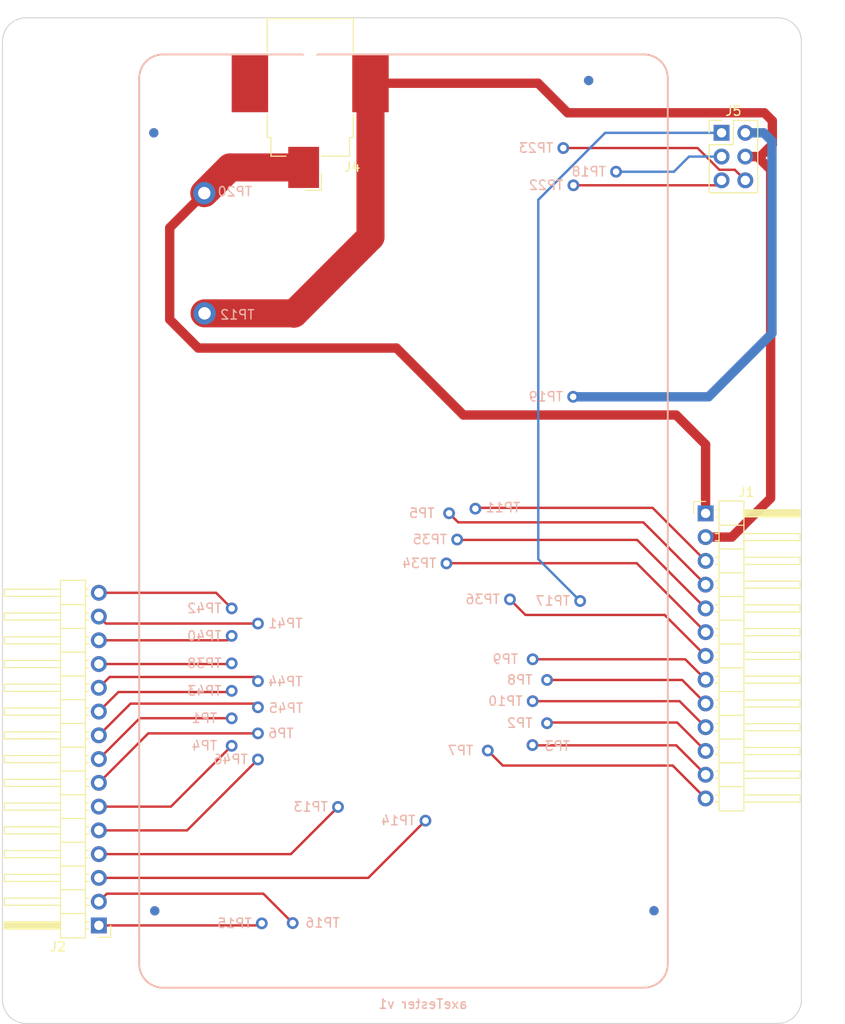
<source format=kicad_pcb>
(kicad_pcb (version 20240108) (generator "pcbnew") (generator_version "8.0")
  (layers (0 "F.Cu" signal) (31 "B.Cu" signal) (34 "B.Paste" user) (35 "F.Paste" user) (36 "B.SilkS" user "B.Silkscreen") (37 "F.SilkS" user "F.Silkscreen") (38 "B.Mask" user) (39 "F.Mask" user) (44 "Edge.Cuts" user))
  (net 0 "")
  (net 1 "/IO0")
  (net 2 "/?1")
  (net 3 "/?2")
  (net 4 "/GND")
  (net 5 "/EN")
  (net 6 "/P_RX")
  (net 7 "/FAN_TACH")
  (net 8 "/FAN_PWM")
  (net 9 "/VIN")
  (net 10 "/P_TX")
  (net 11 "/3V3")
  (net 12 "/VDD3_1")
  (net 13 "/VDD3_0")
  (net 14 "/VDD1_1")
  (net 15 "/RO")
  (net 16 "/BI")
  (net 17 "/VDD2_0")
  (net 18 "/RST_N")
  (net 19 "/?3")
  (net 20 "/VDD2_1")
  (net 21 "/VDD1_0")
  (net 22 "/CI")
  (net 23 "/CLKO")
  (net 24 "/1V8")
  (net 25 "/0V8")
  (net 26 "/BO")
  (net 27 "/RI")
  (net 28 "/PIN_MODE")
  (net 29 "/CLKI")
  (net 30 "/?5")
  (net 31 "/NRSTO")
  (net 32 "/CO")
  (net 33 "/?4")
  (footprint "Fiducial:Fiducial_1mm_Mask2mm" (layer "F.Cu") (at 125.2728 50.292)
    (property "Reference" "FID2" (hide yes))
    (property "Value" "Fiducial")
    (pad "" smd circle (at -0.0028 0.018) (size 1 1) (layers "F.Cu" "F.Mask") (clearance 0.5))
  )
  (footprint "Fiducial:Fiducial_1mm_Mask2mm" (layer "F.Cu") (at 132.2578 139.065)
    (property "Reference" "FID4" (hide yes))
    (property "Value" "Fiducial")
    (pad "" smd circle (at 0.0022 -0.005) (size 1 1) (layers "F.Cu" "F.Mask") (clearance 0.5))
  )
  (footprint "Fiducial:Fiducial_1mm_Mask2mm" (layer "F.Cu") (at 78.8416 139.065)
    (property "Reference" "FID3" (hide yes))
    (property "Value" "Fiducial")
    (pad "" smd circle (at 0.0084 0.005) (size 1 1) (layers "F.Cu" "F.Mask") (clearance 0.5))
  )
  (footprint "Connector_BarrelJack:BarrelJack_CUI_PJ-036AH-SMT_Horizontal" (layer "F.Cu") (at 95.48 53.8 180)
    (property "Reference" "J4" (at -4.5 -5.75 180) (layer "F.SilkS"))
    (property "Value" "PJ-036AH-SMT")
    (fp_line (start 4.6 10.1) (end -4.6 10.1) (stroke (width 0.12)) (layer "F.SilkS"))
    (fp_line (start 4.6 6.55) (end 4.6 10.1) (stroke (width 0.12)) (layer "F.SilkS"))
    (fp_line (start 4.6 -2.6) (end 4.6 -0.15) (stroke (width 0.12)) (layer "F.SilkS"))
    (fp_line (start 4.2 -2.6) (end 4.6 -2.6) (stroke (width 0.12)) (layer "F.SilkS"))
    (fp_line (start 4.2 -4.6) (end 4.2 -2.6) (stroke (width 0.12)) (layer "F.SilkS"))
    (fp_line (start 2.6 -4.6) (end 4.2 -4.6) (stroke (width 0.12)) (layer "F.SilkS"))
    (fp_line (start -1.19 -6.5) (end -1.19 -8.24) (stroke (width 0.12)) (layer "F.SilkS"))
    (fp_line (start -1.19 -8.24) (end 0.55 -8.24) (stroke (width 0.12)) (layer "F.SilkS"))
    (fp_line (start -4.2 -2.6) (end -4.2 -4.6) (stroke (width 0.12)) (layer "F.SilkS"))
    (fp_line (start -4.2 -4.6) (end -1.2 -4.6) (stroke (width 0.12)) (layer "F.SilkS"))
    (fp_line (start -4.6 10.1) (end -4.6 6.55) (stroke (width 0.12)) (layer "F.SilkS"))
    (fp_line (start -4.6 -0.15) (end -4.6 -2.6) (stroke (width 0.12)) (layer "F.SilkS"))
    (fp_line (start -4.6 -2.6) (end -4.2 -2.6) (stroke (width 0.12)) (layer "F.SilkS"))
    (pad "" np_thru_hole circle (at 0 7 180) (size 2 2) (drill 2) (layers "*.Cu" "*.Mask"))
    (pad "1" smd rect (at 0.7 -5.8 180) (size 3.3 4.4) (layers "F.Cu" "F.Paste" "F.Mask") (net 9 "/VIN"))
    (pad "2" smd rect (at -6.45 3.2 180) (size 3.9 6.2) (layers "F.Cu" "F.Paste" "F.Mask") (net 4 "/GND"))
    (pad "3" smd rect (at 6.45 3.2 180) (size 3.9 6.2) (layers "F.Cu" "F.Paste" "F.Mask"))
  )
  (footprint "MountingHole:MountingHole_3mm" (layer "F.Cu") (at 130.23501 51.12099)
    (property "Reference" "H7" (hide yes))
    (property "Value" "MountingHole_Pad")
    (pad "" np_thru_hole circle (at 0 0) (size 3 3) (drill 3) (layers "*.Cu" "*.Mask"))
  )
  (footprint "Fiducial:Fiducial_1mm_Mask2mm" (layer "F.Cu") (at 78.74 55.9054)
    (property "Reference" "FID1" (hide yes))
    (property "Value" "Fiducial")
    (pad "" smd circle (at 0.01 -0.0054) (size 1 1) (layers "F.Cu" "F.Mask") (clearance 0.5))
  )
  (footprint "Connector_PinHeader_2.54mm:PinHeader_1x13_P2.54mm_Horizontal" (layer "F.Cu") (at 137.78 96.58)
    (property "Reference" "J1" (at 4.385 -2.27 0) (layer "F.SilkS"))
    (property "Value" "Conn_01x13")
    (fp_line (start -1.27 -1.27) (end 0 -1.27) (stroke (width 0.12)) (layer "F.SilkS"))
    (fp_line (start -1.27 0) (end -1.27 -1.27) (stroke (width 0.12)) (layer "F.SilkS"))
    (fp_line (start 1.042929 2.16) (end 1.44 2.16) (stroke (width 0.12)) (layer "F.SilkS"))
    (fp_line (start 1.042929 2.92) (end 1.44 2.92) (stroke (width 0.12)) (layer "F.SilkS"))
    (fp_line (start 1.042929 4.7) (end 1.44 4.7) (stroke (width 0.12)) (layer "F.SilkS"))
    (fp_line (start 1.042929 5.46) (end 1.44 5.46) (stroke (width 0.12)) (layer "F.SilkS"))
    (fp_line (start 1.042929 7.24) (end 1.44 7.24) (stroke (width 0.12)) (layer "F.SilkS"))
    (fp_line (start 1.042929 8) (end 1.44 8) (stroke (width 0.12)) (layer "F.SilkS"))
    (fp_line (start 1.042929 9.78) (end 1.44 9.78) (stroke (width 0.12)) (layer "F.SilkS"))
    (fp_line (start 1.042929 10.54) (end 1.44 10.54) (stroke (width 0.12)) (layer "F.SilkS"))
    (fp_line (start 1.042929 12.32) (end 1.44 12.32) (stroke (width 0.12)) (layer "F.SilkS"))
    (fp_line (start 1.042929 13.08) (end 1.44 13.08) (stroke (width 0.12)) (layer "F.SilkS"))
    (fp_line (start 1.042929 14.86) (end 1.44 14.86) (stroke (width 0.12)) (layer "F.SilkS"))
    (fp_line (start 1.042929 15.62) (end 1.44 15.62) (stroke (width 0.12)) (layer "F.SilkS"))
    (fp_line (start 1.042929 17.4) (end 1.44 17.4) (stroke (width 0.12)) (layer "F.SilkS"))
    (fp_line (start 1.042929 18.16) (end 1.44 18.16) (stroke (width 0.12)) (layer "F.SilkS"))
    (fp_line (start 1.042929 19.94) (end 1.44 19.94) (stroke (width 0.12)) (layer "F.SilkS"))
    (fp_line (start 1.042929 20.7) (end 1.44 20.7) (stroke (width 0.12)) (layer "F.SilkS"))
    (fp_line (start 1.042929 22.48) (end 1.44 22.48) (stroke (width 0.12)) (layer "F.SilkS"))
    (fp_line (start 1.042929 23.24) (end 1.44 23.24) (stroke (width 0.12)) (layer "F.SilkS"))
    (fp_line (start 1.042929 25.02) (end 1.44 25.02) (stroke (width 0.12)) (layer "F.SilkS"))
    (fp_line (start 1.042929 25.78) (end 1.44 25.78) (stroke (width 0.12)) (layer "F.SilkS"))
    (fp_line (start 1.042929 27.56) (end 1.44 27.56) (stroke (width 0.12)) (layer "F.SilkS"))
    (fp_line (start 1.042929 28.32) (end 1.44 28.32) (stroke (width 0.12)) (layer "F.SilkS"))
    (fp_line (start 1.042929 30.1) (end 1.44 30.1) (stroke (width 0.12)) (layer "F.SilkS"))
    (fp_line (start 1.042929 30.86) (end 1.44 30.86) (stroke (width 0.12)) (layer "F.SilkS"))
    (fp_line (start 1.11 -0.38) (end 1.44 -0.38) (stroke (width 0.12)) (layer "F.SilkS"))
    (fp_line (start 1.11 0.38) (end 1.44 0.38) (stroke (width 0.12)) (layer "F.SilkS"))
    (fp_line (start 1.44 -1.33) (end 1.44 31.81) (stroke (width 0.12)) (layer "F.SilkS"))
    (fp_line (start 1.44 1.27) (end 4.1 1.27) (stroke (width 0.12)) (layer "F.SilkS"))
    (fp_line (start 1.44 3.81) (end 4.1 3.81) (stroke (width 0.12)) (layer "F.SilkS"))
    (fp_line (start 1.44 6.35) (end 4.1 6.35) (stroke (width 0.12)) (layer "F.SilkS"))
    (fp_line (start 1.44 8.89) (end 4.1 8.89) (stroke (width 0.12)) (layer "F.SilkS"))
    (fp_line (start 1.44 11.43) (end 4.1 11.43) (stroke (width 0.12)) (layer "F.SilkS"))
    (fp_line (start 1.44 13.97) (end 4.1 13.97) (stroke (width 0.12)) (layer "F.SilkS"))
    (fp_line (start 1.44 16.51) (end 4.1 16.51) (stroke (width 0.12)) (layer "F.SilkS"))
    (fp_line (start 1.44 19.05) (end 4.1 19.05) (stroke (width 0.12)) (layer "F.SilkS"))
    (fp_line (start 1.44 21.59) (end 4.1 21.59) (stroke (width 0.12)) (layer "F.SilkS"))
    (fp_line (start 1.44 24.13) (end 4.1 24.13) (stroke (width 0.12)) (layer "F.SilkS"))
    (fp_line (start 1.44 26.67) (end 4.1 26.67) (stroke (width 0.12)) (layer "F.SilkS"))
    (fp_line (start 1.44 29.21) (end 4.1 29.21) (stroke (width 0.12)) (layer "F.SilkS"))
    (fp_line (start 1.44 31.81) (end 4.1 31.81) (stroke (width 0.12)) (layer "F.SilkS"))
    (fp_line (start 4.1 -1.33) (end 1.44 -1.33) (stroke (width 0.12)) (layer "F.SilkS"))
    (fp_line (start 4.1 -0.38) (end 10.1 -0.38) (stroke (width 0.12)) (layer "F.SilkS"))
    (fp_line (start 4.1 -0.32) (end 10.1 -0.32) (stroke (width 0.12)) (layer "F.SilkS"))
    (fp_line (start 4.1 -0.2) (end 10.1 -0.2) (stroke (width 0.12)) (layer "F.SilkS"))
    (fp_line (start 4.1 -0.08) (end 10.1 -0.08) (stroke (width 0.12)) (layer "F.SilkS"))
    (fp_line (start 4.1 0.04) (end 10.1 0.04) (stroke (width 0.12)) (layer "F.SilkS"))
    (fp_line (start 4.1 0.16) (end 10.1 0.16) (stroke (width 0.12)) (layer "F.SilkS"))
    (fp_line (start 4.1 0.28) (end 10.1 0.28) (stroke (width 0.12)) (layer "F.SilkS"))
    (fp_line (start 4.1 2.16) (end 10.1 2.16) (stroke (width 0.12)) (layer "F.SilkS"))
    (fp_line (start 4.1 4.7) (end 10.1 4.7) (stroke (width 0.12)) (layer "F.SilkS"))
    (fp_line (start 4.1 7.24) (end 10.1 7.24) (stroke (width 0.12)) (layer "F.SilkS"))
    (fp_line (start 4.1 9.78) (end 10.1 9.78) (stroke (width 0.12)) (layer "F.SilkS"))
    (fp_line (start 4.1 12.32) (end 10.1 12.32) (stroke (width 0.12)) (layer "F.SilkS"))
    (fp_line (start 4.1 14.86) (end 10.1 14.86) (stroke (width 0.12)) (layer "F.SilkS"))
    (fp_line (start 4.1 17.4) (end 10.1 17.4) (stroke (width 0.12)) (layer "F.SilkS"))
    (fp_line (start 4.1 19.94) (end 10.1 19.94) (stroke (width 0.12)) (layer "F.SilkS"))
    (fp_line (start 4.1 22.48) (end 10.1 22.48) (stroke (width 0.12)) (layer "F.SilkS"))
    (fp_line (start 4.1 25.02) (end 10.1 25.02) (stroke (width 0.12)) (layer "F.SilkS"))
    (fp_line (start 4.1 27.56) (end 10.1 27.56) (stroke (width 0.12)) (layer "F.SilkS"))
    (fp_line (start 4.1 30.1) (end 10.1 30.1) (stroke (width 0.12)) (layer "F.SilkS"))
    (fp_line (start 4.1 31.81) (end 4.1 -1.33) (stroke (width 0.12)) (layer "F.SilkS"))
    (fp_line (start 10.1 -0.38) (end 10.1 0.38) (stroke (width 0.12)) (layer "F.SilkS"))
    (fp_line (start 10.1 0.38) (end 4.1 0.38) (stroke (width 0.12)) (layer "F.SilkS"))
    (fp_line (start 10.1 2.16) (end 10.1 2.92) (stroke (width 0.12)) (layer "F.SilkS"))
    (fp_line (start 10.1 2.92) (end 4.1 2.92) (stroke (width 0.12)) (layer "F.SilkS"))
    (fp_line (start 10.1 4.7) (end 10.1 5.46) (stroke (width 0.12)) (layer "F.SilkS"))
    (fp_line (start 10.1 5.46) (end 4.1 5.46) (stroke (width 0.12)) (layer "F.SilkS"))
    (fp_line (start 10.1 7.24) (end 10.1 8) (stroke (width 0.12)) (layer "F.SilkS"))
    (fp_line (start 10.1 8) (end 4.1 8) (stroke (width 0.12)) (layer "F.SilkS"))
    (fp_line (start 10.1 9.78) (end 10.1 10.54) (stroke (width 0.12)) (layer "F.SilkS"))
    (fp_line (start 10.1 10.54) (end 4.1 10.54) (stroke (width 0.12)) (layer "F.SilkS"))
    (fp_line (start 10.1 12.32) (end 10.1 13.08) (stroke (width 0.12)) (layer "F.SilkS"))
    (fp_line (start 10.1 13.08) (end 4.1 13.08) (stroke (width 0.12)) (layer "F.SilkS"))
    (fp_line (start 10.1 14.86) (end 10.1 15.62) (stroke (width 0.12)) (layer "F.SilkS"))
    (fp_line (start 10.1 15.62) (end 4.1 15.62) (stroke (width 0.12)) (layer "F.SilkS"))
    (fp_line (start 10.1 17.4) (end 10.1 18.16) (stroke (width 0.12)) (layer "F.SilkS"))
    (fp_line (start 10.1 18.16) (end 4.1 18.16) (stroke (width 0.12)) (layer "F.SilkS"))
    (fp_line (start 10.1 19.94) (end 10.1 20.7) (stroke (width 0.12)) (layer "F.SilkS"))
    (fp_line (start 10.1 20.7) (end 4.1 20.7) (stroke (width 0.12)) (layer "F.SilkS"))
    (fp_line (start 10.1 22.48) (end 10.1 23.24) (stroke (width 0.12)) (layer "F.SilkS"))
    (fp_line (start 10.1 23.24) (end 4.1 23.24) (stroke (width 0.12)) (layer "F.SilkS"))
    (fp_line (start 10.1 25.02) (end 10.1 25.78) (stroke (width 0.12)) (layer "F.SilkS"))
    (fp_line (start 10.1 25.78) (end 4.1 25.78) (stroke (width 0.12)) (layer "F.SilkS"))
    (fp_line (start 10.1 27.56) (end 10.1 28.32) (stroke (width 0.12)) (layer "F.SilkS"))
    (fp_line (start 10.1 28.32) (end 4.1 28.32) (stroke (width 0.12)) (layer "F.SilkS"))
    (fp_line (start 10.1 30.1) (end 10.1 30.86) (stroke (width 0.12)) (layer "F.SilkS"))
    (fp_line (start 10.1 30.86) (end 4.1 30.86) (stroke (width 0.12)) (layer "F.SilkS"))
    (pad "1" thru_hole rect (at 0 0) (size 1.7 1.7) (drill 1) (layers "*.Cu" "*.Mask") (net 9 "/VIN"))
    (pad "2" thru_hole oval (at 0 2.54) (size 1.7 1.7) (drill 1) (layers "*.Cu" "*.Mask") (net 4 "/GND"))
    (pad "3" thru_hole oval (at 0 5.08) (size 1.7 1.7) (drill 1) (layers "*.Cu" "*.Mask") (net 18 "/RST_N"))
    (pad "4" thru_hole oval (at 0 7.62) (size 1.7 1.7) (drill 1) (layers "*.Cu" "*.Mask") (net 22 "/CI"))
    (pad "5" thru_hole oval (at 0 10.16) (size 1.7 1.7) (drill 1) (layers "*.Cu" "*.Mask") (net 17 "/VDD2_0"))
    (pad "6" thru_hole oval (at 0 12.7) (size 1.7 1.7) (drill 1) (layers "*.Cu" "*.Mask") (net 21 "/VDD1_0"))
    (pad "7" thru_hole oval (at 0 15.24) (size 1.7 1.7) (drill 1) (layers "*.Cu" "*.Mask") (net 13 "/VDD3_0"))
    (pad "8" thru_hole oval (at 0 17.78) (size 1.7 1.7) (drill 1) (layers "*.Cu" "*.Mask") (net 15 "/RO"))
    (pad "9" thru_hole oval (at 0 20.32) (size 1.7 1.7) (drill 1) (layers "*.Cu" "*.Mask") (net 16 "/BI"))
    (pad "10" thru_hole oval (at 0 22.86) (size 1.7 1.7) (drill 1) (layers "*.Cu" "*.Mask") (net 2 "/?1"))
    (pad "11" thru_hole oval (at 0 25.4) (size 1.7 1.7) (drill 1) (layers "*.Cu" "*.Mask") (net 3 "/?2"))
    (pad "12" thru_hole oval (at 0 27.94) (size 1.7 1.7) (drill 1) (layers "*.Cu" "*.Mask") (net 19 "/?3"))
    (pad "13" thru_hole oval (at 0 30.48) (size 1.7 1.7) (drill 1) (layers "*.Cu" "*.Mask") (net 29 "/CLKI"))
  )
  (footprint "MountingHole:MountingHole_3mm" (layer "F.Cu") (at 130.302 143.728)
    (property "Reference" "H9" (hide yes))
    (property "Value" "MountingHole_Pad")
    (pad "" np_thru_hole circle (at 0 0) (size 3 3) (drill 3) (layers "*.Cu" "*.Mask"))
  )
  (footprint "MountingHole:MountingHole_3mm" (layer "F.Cu") (at 80.70501 143.83099)
    (property "Reference" "H10" (hide yes))
    (property "Value" "MountingHole_Pad")
    (pad "" np_thru_hole circle (at 0 0) (size 3 3) (drill 3) (layers "*.Cu" "*.Mask"))
  )
  (footprint "Connector_PinHeader_2.54mm:PinHeader_2x03_P2.54mm_Vertical" (layer "F.Cu") (at 139.49 55.9)
    (property "Reference" "J5" (at 1.27 -2.33 0) (layer "F.SilkS"))
    (property "Value" "Conn_02x03_Counter_Clockwise")
    (fp_line (start -1.33 -1.33) (end 0 -1.33) (stroke (width 0.12)) (layer "F.SilkS"))
    (fp_line (start -1.33 0) (end -1.33 -1.33) (stroke (width 0.12)) (layer "F.SilkS"))
    (fp_line (start -1.33 1.27) (end -1.33 6.41) (stroke (width 0.12)) (layer "F.SilkS"))
    (fp_line (start -1.33 1.27) (end 1.27 1.27) (stroke (width 0.12)) (layer "F.SilkS"))
    (fp_line (start -1.33 6.41) (end 3.87 6.41) (stroke (width 0.12)) (layer "F.SilkS"))
    (fp_line (start 1.27 -1.33) (end 3.87 -1.33) (stroke (width 0.12)) (layer "F.SilkS"))
    (fp_line (start 1.27 1.27) (end 1.27 -1.33) (stroke (width 0.12)) (layer "F.SilkS"))
    (fp_line (start 3.87 -1.33) (end 3.87 6.41) (stroke (width 0.12)) (layer "F.SilkS"))
    (pad "1" thru_hole rect (at 0 0) (size 1.7 1.7) (drill 1) (layers "*.Cu" "*.Mask") (net 5 "/EN"))
    (pad "2" thru_hole oval (at 2.54 0) (size 1.7 1.7) (drill 1) (layers "*.Cu" "*.Mask") (net 11 "/3V3"))
    (pad "3" thru_hole oval (at 0 2.54) (size 1.7 1.7) (drill 1) (layers "*.Cu" "*.Mask") (net 10 "/P_TX"))
    (pad "4" thru_hole oval (at 2.54 2.54) (size 1.7 1.7) (drill 1) (layers "*.Cu" "*.Mask") (net 4 "/GND"))
    (pad "5" thru_hole oval (at 0 5.08) (size 1.7 1.7) (drill 1) (layers "*.Cu" "*.Mask") (net 6 "/P_RX"))
    (pad "6" thru_hole oval (at 2.54 5.08) (size 1.7 1.7) (drill 1) (layers "*.Cu" "*.Mask") (net 1 "/IO0"))
  )
  (footprint "MountingHole:MountingHole_3mm" (layer "F.Cu") (at 80.808 51.054)
    (property "Reference" "H8" (hide yes))
    (property "Value" "MountingHole_Pad")
    (pad "" np_thru_hole circle (at 0 0) (size 3 3) (drill 3) (layers "*.Cu" "*.Mask"))
  )
  (footprint "Connector_PinHeader_2.54mm:PinHeader_1x15_P2.54mm_Horizontal" (layer "F.Cu") (at 72.87 140.63 180)
    (property "Reference" "J2" (at 4.385 -2.27 180) (layer "F.SilkS"))
    (property "Value" "Conn_01x15")
    (fp_line (start 10.1 35.94) (end 4.1 35.94) (stroke (width 0.12)) (layer "F.SilkS"))
    (fp_line (start 10.1 35.18) (end 10.1 35.94) (stroke (width 0.12)) (layer "F.SilkS"))
    (fp_line (start 10.1 33.4) (end 4.1 33.4) (stroke (width 0.12)) (layer "F.SilkS"))
    (fp_line (start 10.1 32.64) (end 10.1 33.4) (stroke (width 0.12)) (layer "F.SilkS"))
    (fp_line (start 10.1 30.86) (end 4.1 30.86) (stroke (width 0.12)) (layer "F.SilkS"))
    (fp_line (start 10.1 30.1) (end 10.1 30.86) (stroke (width 0.12)) (layer "F.SilkS"))
    (fp_line (start 10.1 28.32) (end 4.1 28.32) (stroke (width 0.12)) (layer "F.SilkS"))
    (fp_line (start 10.1 27.56) (end 10.1 28.32) (stroke (width 0.12)) (layer "F.SilkS"))
    (fp_line (start 10.1 25.78) (end 4.1 25.78) (stroke (width 0.12)) (layer "F.SilkS"))
    (fp_line (start 10.1 25.02) (end 10.1 25.78) (stroke (width 0.12)) (layer "F.SilkS"))
    (fp_line (start 10.1 23.24) (end 4.1 23.24) (stroke (width 0.12)) (layer "F.SilkS"))
    (fp_line (start 10.1 22.48) (end 10.1 23.24) (stroke (width 0.12)) (layer "F.SilkS"))
    (fp_line (start 10.1 20.7) (end 4.1 20.7) (stroke (width 0.12)) (layer "F.SilkS"))
    (fp_line (start 10.1 19.94) (end 10.1 20.7) (stroke (width 0.12)) (layer "F.SilkS"))
    (fp_line (start 10.1 18.16) (end 4.1 18.16) (stroke (width 0.12)) (layer "F.SilkS"))
    (fp_line (start 10.1 17.4) (end 10.1 18.16) (stroke (width 0.12)) (layer "F.SilkS"))
    (fp_line (start 10.1 15.62) (end 4.1 15.62) (stroke (width 0.12)) (layer "F.SilkS"))
    (fp_line (start 10.1 14.86) (end 10.1 15.62) (stroke (width 0.12)) (layer "F.SilkS"))
    (fp_line (start 10.1 13.08) (end 4.1 13.08) (stroke (width 0.12)) (layer "F.SilkS"))
    (fp_line (start 10.1 12.32) (end 10.1 13.08) (stroke (width 0.12)) (layer "F.SilkS"))
    (fp_line (start 10.1 10.54) (end 4.1 10.54) (stroke (width 0.12)) (layer "F.SilkS"))
    (fp_line (start 10.1 9.78) (end 10.1 10.54) (stroke (width 0.12)) (layer "F.SilkS"))
    (fp_line (start 10.1 8) (end 4.1 8) (stroke (width 0.12)) (layer "F.SilkS"))
    (fp_line (start 10.1 7.24) (end 10.1 8) (stroke (width 0.12)) (layer "F.SilkS"))
    (fp_line (start 10.1 5.46) (end 4.1 5.46) (stroke (width 0.12)) (layer "F.SilkS"))
    (fp_line (start 10.1 4.7) (end 10.1 5.46) (stroke (width 0.12)) (layer "F.SilkS"))
    (fp_line (start 10.1 2.92) (end 4.1 2.92) (stroke (width 0.12)) (layer "F.SilkS"))
    (fp_line (start 10.1 2.16) (end 10.1 2.92) (stroke (width 0.12)) (layer "F.SilkS"))
    (fp_line (start 10.1 0.38) (end 4.1 0.38) (stroke (width 0.12)) (layer "F.SilkS"))
    (fp_line (start 10.1 -0.38) (end 10.1 0.38) (stroke (width 0.12)) (layer "F.SilkS"))
    (fp_line (start 4.1 36.89) (end 4.1 -1.33) (stroke (width 0.12)) (layer "F.SilkS"))
    (fp_line (start 4.1 35.18) (end 10.1 35.18) (stroke (width 0.12)) (layer "F.SilkS"))
    (fp_line (start 4.1 32.64) (end 10.1 32.64) (stroke (width 0.12)) (layer "F.SilkS"))
    (fp_line (start 4.1 30.1) (end 10.1 30.1) (stroke (width 0.12)) (layer "F.SilkS"))
    (fp_line (start 4.1 27.56) (end 10.1 27.56) (stroke (width 0.12)) (layer "F.SilkS"))
    (fp_line (start 4.1 25.02) (end 10.1 25.02) (stroke (width 0.12)) (layer "F.SilkS"))
    (fp_line (start 4.1 22.48) (end 10.1 22.48) (stroke (width 0.12)) (layer "F.SilkS"))
    (fp_line (start 4.1 19.94) (end 10.1 19.94) (stroke (width 0.12)) (layer "F.SilkS"))
    (fp_line (start 4.1 17.4) (end 10.1 17.4) (stroke (width 0.12)) (layer "F.SilkS"))
    (fp_line (start 4.1 14.86) (end 10.1 14.86) (stroke (width 0.12)) (layer "F.SilkS"))
    (fp_line (start 4.1 12.32) (end 10.1 12.32) (stroke (width 0.12)) (layer "F.SilkS"))
    (fp_line (start 4.1 9.78) (end 10.1 9.78) (stroke (width 0.12)) (layer "F.SilkS"))
    (fp_line (start 4.1 7.24) (end 10.1 7.24) (stroke (width 0.12)) (layer "F.SilkS"))
    (fp_line (start 4.1 4.7) (end 10.1 4.7) (stroke (width 0.12)) (layer "F.SilkS"))
    (fp_line (start 4.1 2.16) (end 10.1 2.16) (stroke (width 0.12)) (layer "F.SilkS"))
    (fp_line (start 4.1 0.28) (end 10.1 0.28) (stroke (width 0.12)) (layer "F.SilkS"))
    (fp_line (start 4.1 0.16) (end 10.1 0.16) (stroke (width 0.12)) (layer "F.SilkS"))
    (fp_line (start 4.1 0.04) (end 10.1 0.04) (stroke (width 0.12)) (layer "F.SilkS"))
    (fp_line (start 4.1 -0.08) (end 10.1 -0.08) (stroke (width 0.12)) (layer "F.SilkS"))
    (fp_line (start 4.1 -0.2) (end 10.1 -0.2) (stroke (width 0.12)) (layer "F.SilkS"))
    (fp_line (start 4.1 -0.32) (end 10.1 -0.32) (stroke (width 0.12)) (layer "F.SilkS"))
    (fp_line (start 4.1 -0.38) (end 10.1 -0.38) (stroke (width 0.12)) (layer "F.SilkS"))
    (fp_line (start 4.1 -1.33) (end 1.44 -1.33) (stroke (width 0.12)) (layer "F.SilkS"))
    (fp_line (start 1.44 36.89) (end 4.1 36.89) (stroke (width 0.12)) (layer "F.SilkS"))
    (fp_line (start 1.44 34.29) (end 4.1 34.29) (stroke (width 0.12)) (layer "F.SilkS"))
    (fp_line (start 1.44 31.75) (end 4.1 31.75) (stroke (width 0.12)) (layer "F.SilkS"))
    (fp_line (start 1.44 29.21) (end 4.1 29.21) (stroke (width 0.12)) (layer "F.SilkS"))
    (fp_line (start 1.44 26.67) (end 4.1 26.67) (stroke (width 0.12)) (layer "F.SilkS"))
    (fp_line (start 1.44 24.13) (end 4.1 24.13) (stroke (width 0.12)) (layer "F.SilkS"))
    (fp_line (start 1.44 21.59) (end 4.1 21.59) (stroke (width 0.12)) (layer "F.SilkS"))
    (fp_line (start 1.44 19.05) (end 4.1 19.05) (stroke (width 0.12)) (layer "F.SilkS"))
    (fp_line (start 1.44 16.51) (end 4.1 16.51) (stroke (width 0.12)) (layer "F.SilkS"))
    (fp_line (start 1.44 13.97) (end 4.1 13.97) (stroke (width 0.12)) (layer "F.SilkS"))
    (fp_line (start 1.44 11.43) (end 4.1 11.43) (stroke (width 0.12)) (layer "F.SilkS"))
    (fp_line (start 1.44 8.89) (end 4.1 8.89) (stroke (width 0.12)) (layer "F.SilkS"))
    (fp_line (start 1.44 6.35) (end 4.1 6.35) (stroke (width 0.12)) (layer "F.SilkS"))
    (fp_line (start 1.44 3.81) (end 4.1 3.81) (stroke (width 0.12)) (layer "F.SilkS"))
    (fp_line (start 1.44 1.27) (end 4.1 1.27) (stroke (width 0.12)) (layer "F.SilkS"))
    (fp_line (start 1.44 -1.33) (end 1.44 36.89) (stroke (width 0.12)) (layer "F.SilkS"))
    (fp_line (start 1.11 0.38) (end 1.44 0.38) (stroke (width 0.12)) (layer "F.SilkS"))
    (fp_line (start 1.11 -0.38) (end 1.44 -0.38) (stroke (width 0.12)) (layer "F.SilkS"))
    (fp_line (start 1.042929 35.94) (end 1.44 35.94) (stroke (width 0.12)) (layer "F.SilkS"))
    (fp_line (start 1.042929 35.18) (end 1.44 35.18) (stroke (width 0.12)) (layer "F.SilkS"))
    (fp_line (start 1.042929 33.4) (end 1.44 33.4) (stroke (width 0.12)) (layer "F.SilkS"))
    (fp_line (start 1.042929 32.64) (end 1.44 32.64) (stroke (width 0.12)) (layer "F.SilkS"))
    (fp_line (start 1.042929 30.86) (end 1.44 30.86) (stroke (width 0.12)) (layer "F.SilkS"))
    (fp_line (start 1.042929 30.1) (end 1.44 30.1) (stroke (width 0.12)) (layer "F.SilkS"))
    (fp_line (start 1.042929 28.32) (end 1.44 28.32) (stroke (width 0.12)) (layer "F.SilkS"))
    (fp_line (start 1.042929 27.56) (end 1.44 27.56) (stroke (width 0.12)) (layer "F.SilkS"))
    (fp_line (start 1.042929 25.78) (end 1.44 25.78) (stroke (width 0.12)) (layer "F.SilkS"))
    (fp_line (start 1.042929 25.02) (end 1.44 25.02) (stroke (width 0.12)) (layer "F.SilkS"))
    (fp_line (start 1.042929 23.24) (end 1.44 23.24) (stroke (width 0.12)) (layer "F.SilkS"))
    (fp_line (start 1.042929 22.48) (end 1.44 22.48) (stroke (width 0.12)) (layer "F.SilkS"))
    (fp_line (start 1.042929 20.7) (end 1.44 20.7) (stroke (width 0.12)) (layer "F.SilkS"))
    (fp_line (start 1.042929 19.94) (end 1.44 19.94) (stroke (width 0.12)) (layer "F.SilkS"))
    (fp_line (start 1.042929 18.16) (end 1.44 18.16) (stroke (width 0.12)) (layer "F.SilkS"))
    (fp_line (start 1.042929 17.4) (end 1.44 17.4) (stroke (width 0.12)) (layer "F.SilkS"))
    (fp_line (start 1.042929 15.62) (end 1.44 15.62) (stroke (width 0.12)) (layer "F.SilkS"))
    (fp_line (start 1.042929 14.86) (end 1.44 14.86) (stroke (width 0.12)) (layer "F.SilkS"))
    (fp_line (start 1.042929 13.08) (end 1.44 13.08) (stroke (width 0.12)) (layer "F.SilkS"))
    (fp_line (start 1.042929 12.32) (end 1.44 12.32) (stroke (width 0.12)) (layer "F.SilkS"))
    (fp_line (start 1.042929 10.54) (end 1.44 10.54) (stroke (width 0.12)) (layer "F.SilkS"))
    (fp_line (start 1.042929 9.78) (end 1.44 9.78) (stroke (width 0.12)) (layer "F.SilkS"))
    (fp_line (start 1.042929 8) (end 1.44 8) (stroke (width 0.12)) (layer "F.SilkS"))
    (fp_line (start 1.042929 7.24) (end 1.44 7.24) (stroke (width 0.12)) (layer "F.SilkS"))
    (fp_line (start 1.042929 5.46) (end 1.44 5.46) (stroke (width 0.12)) (layer "F.SilkS"))
    (fp_line (start 1.042929 4.7) (end 1.44 4.7) (stroke (width 0.12)) (layer "F.SilkS"))
    (fp_line (start 1.042929 2.92) (end 1.44 2.92) (stroke (width 0.12)) (layer "F.SilkS"))
    (fp_line (start 1.042929 2.16) (end 1.44 2.16) (stroke (width 0.12)) (layer "F.SilkS"))
    (fp_line (start -1.27 0) (end -1.27 -1.27) (stroke (width 0.12)) (layer "F.SilkS"))
    (fp_line (start -1.27 -1.27) (end 0 -1.27) (stroke (width 0.12)) (layer "F.SilkS"))
    (pad "1" thru_hole rect (at 0 0 180) (size 1.7 1.7) (drill 1) (layers "*.Cu" "*.Mask") (net 8 "/FAN_PWM"))
    (pad "2" thru_hole oval (at 0 2.54 180) (size 1.7 1.7) (drill 1) (layers "*.Cu" "*.Mask") (net 7 "/FAN_TACH"))
    (pad "3" thru_hole oval (at 0 5.08 180) (size 1.7 1.7) (drill 1) (layers "*.Cu" "*.Mask") (net 25 "/0V8"))
    (pad "4" thru_hole oval (at 0 7.62 180) (size 1.7 1.7) (drill 1) (layers "*.Cu" "*.Mask") (net 24 "/1V8"))
    (pad "5" thru_hole oval (at 0 10.16 180) (size 1.7 1.7) (drill 1) (layers "*.Cu" "*.Mask") (net 28 "/PIN_MODE"))
    (pad "6" thru_hole oval (at 0 12.7 180) (size 1.7 1.7) (drill 1) (layers "*.Cu" "*.Mask") (net 30 "/?5"))
    (pad "7" thru_hole oval (at 0 15.24 180) (size 1.7 1.7) (drill 1) (layers "*.Cu" "*.Mask") (net 33 "/?4"))
    (pad "8" thru_hole oval (at 0 17.78 180) (size 1.7 1.7) (drill 1) (layers "*.Cu" "*.Mask") (net 26 "/BO"))
    (pad "9" thru_hole oval (at 0 20.32 180) (size 1.7 1.7) (drill 1) (layers "*.Cu" "*.Mask") (net 32 "/CO"))
    (pad "10" thru_hole oval (at 0 22.86 180) (size 1.7 1.7) (drill 1) (layers "*.Cu" "*.Mask") (net 27 "/RI"))
    (pad "11" thru_hole oval (at 0 25.4 180) (size 1.7 1.7) (drill 1) (layers "*.Cu" "*.Mask") (net 23 "/CLKO"))
    (pad "12" thru_hole oval (at 0 27.94 180) (size 1.7 1.7) (drill 1) (layers "*.Cu" "*.Mask") (net 31 "/NRSTO"))
    (pad "13" thru_hole oval (at 0 30.48 180) (size 1.7 1.7) (drill 1) (layers "*.Cu" "*.Mask") (net 12 "/VDD3_1"))
    (pad "14" thru_hole oval (at 0 33.02 180) (size 1.7 1.7) (drill 1) (layers "*.Cu" "*.Mask") (net 20 "/VDD2_1"))
    (pad "15" thru_hole oval (at 0 35.56 180) (size 1.7 1.7) (drill 1) (layers "*.Cu" "*.Mask") (net 14 "/VDD1_1"))
  )
  (footprint "axeTester:pogopin-P50-E2-0.68" (layer "B.Cu") (at 98.453 127.966 180)
    (property "Reference" "TP13" (at 2.92 0.01 0) (layer "B.SilkS") (effects (justify mirror)))
    (property "Value" "P50-E2")
    (pad "1" thru_hole circle (at 0 0 180) (size 1.26 1.26) (drill 0.7) (layers "*.Cu" "*.Mask") (net 24 "/1V8"))
  )
  (footprint "axeTester:pogopin-P75-E2-1.3" (layer "B.Cu") (at 84.18 75.2 180)
    (property "Reference" "TP12" (at -3.51 -0.15 0) (layer "B.SilkS") (effects (justify mirror)))
    (property "Value" "P75-E2")
    (pad "1" thru_hole circle (at 0 0 180) (size 2.394 2.394) (drill 1.33) (layers "*.Cu" "*.Mask") (net 4 "/GND"))
  )
  (footprint "axeTester:pogopin-P50-E2-0.68" (layer "B.Cu") (at 119.26 121.35 180)
    (property "Reference" "TP3" (at -2.65 -0.1 0) (layer "B.SilkS") (effects (justify mirror)))
    (property "Value" "P50-E2")
    (pad "1" thru_hole circle (at 0 0 180) (size 1.26 1.26) (drill 0.7) (layers "*.Cu" "*.Mask") (net 19 "/?3"))
  )
  (footprint "axeTester:pogopin-P50-E2-0.68" (layer "B.Cu") (at 120.82 119.01 180)
    (property "Reference" "TP2" (at 2.92 0.01 0) (layer "B.SilkS") (effects (justify mirror)))
    (property "Value" "P50-E2")
    (pad "1" thru_hole circle (at 0 0 180) (size 1.26 1.26) (drill 0.7) (layers "*.Cu" "*.Mask") (net 3 "/?2"))
  )
  (footprint "axeTester:pogopin-P50-E2-0.68" (layer "B.Cu") (at 123.61 84.12 180)
    (property "Reference" "TP19" (at 2.92 0.01 0) (layer "B.SilkS") (effects (justify mirror)))
    (property "Value" "P50-E2")
    (pad "1" thru_hole circle (at 0 0 180) (size 1.26 1.26) (drill 0.7) (layers "*.Cu" "*.Mask") (net 11 "/3V3"))
  )
  (footprint "axeTester:pogopin-P50-E2-0.68" (layer "B.Cu") (at 113.15 96.08 180)
    (property "Reference" "TP11" (at -2.96 0.12 0) (layer "B.SilkS") (effects (justify mirror)))
    (property "Value" "P50-E2")
    (pad "1" thru_hole circle (at 0 0 180) (size 1.26 1.26) (drill 0.7) (layers "*.Cu" "*.Mask") (net 18 "/RST_N"))
  )
  (footprint "axeTester:pogopin-P50-E2-0.68" (layer "B.Cu") (at 93.61 140.38 180)
    (property "Reference" "TP16" (at -3.19 0.03 0) (layer "B.SilkS") (effects (justify mirror)))
    (property "Value" "P50-E2")
    (pad "1" thru_hole circle (at 0 0 180) (size 1.26 1.26) (drill 0.7) (layers "*.Cu" "*.Mask") (net 7 "/FAN_TACH"))
  )
  (footprint "axeTester:pogopin-P50-E2-0.68" (layer "B.Cu") (at 90.3 140.41 180)
    (property "Reference" "TP15" (at 2.92 0.01 0) (layer "B.SilkS") (effects (justify mirror)))
    (property "Value" "P50-E2")
    (pad "1" thru_hole circle (at 0 0 180) (size 1.26 1.26) (drill 0.7) (layers "*.Cu" "*.Mask") (net 8 "/FAN_PWM"))
  )
  (footprint "axeTester:pogopin-P50-E2-0.68" (layer "B.Cu") (at 87.08 118.492 180)
    (property "Reference" "TP1" (at 2.92 0.01 0) (layer "B.SilkS") (effects (justify mirror)))
    (property "Value" "P50-E2")
    (pad "1" thru_hole circle (at 0 0 180) (size 1.26 1.26) (drill 0.7) (layers "*.Cu" "*.Mask") (net 26 "/BO"))
  )
  (footprint "Fiducial:Fiducial_1mm_Mask2mm" (layer "B.Cu") (at 132.26 139.06 180)
    (property "Reference" "FID7" (hide yes))
    (property "Value" "Fiducial")
    (pad "" smd circle (at 0 0 180) (size 1 1) (layers "B.Cu" "B.Mask") (clearance 0.5))
  )
  (footprint "axeTester:pogopin-P50-E2-0.68" (layer "B.Cu") (at 87.08 109.678 180)
    (property "Reference" "TP40" (at 2.92 0.01 0) (layer "B.SilkS") (effects (justify mirror)))
    (property "Value" "P50-E2")
    (pad "1" thru_hole circle (at 0 0 180) (size 1.26 1.26) (drill 0.7) (layers "*.Cu" "*.Mask") (net 12 "/VDD3_1"))
  )
  (footprint "axeTester:pogopin-P50-E2-0.68" (layer "B.Cu") (at 122.556 57.528 180)
    (property "Reference" "TP23" (at 2.92 0.01 0) (layer "B.SilkS") (effects (justify mirror)))
    (property "Value" "P50-E2")
    (pad "1" thru_hole circle (at 0 0 180) (size 1.26 1.26) (drill 0.7) (layers "*.Cu" "*.Mask") (net 1 "/IO0"))
  )
  (footprint "axeTester:pogopin-P50-E2-0.68" (layer "B.Cu") (at 111.205 99.38 180)
    (property "Reference" "TP35" (at 2.92 0.01 0) (layer "B.SilkS") (effects (justify mirror)))
    (property "Value" "P50-E2")
    (pad "1" thru_hole circle (at 0 0 180) (size 1.26 1.26) (drill 0.7) (layers "*.Cu" "*.Mask") (net 17 "/VDD2_0"))
  )
  (footprint "axeTester:pogopin-P50-E2-0.68" (layer "B.Cu") (at 110.34 96.57 180)
    (property "Reference" "TP5" (at 2.92 0.01 0) (layer "B.SilkS") (effects (justify mirror)))
    (property "Value" "P50-E2")
    (pad "1" thru_hole circle (at 0 0 180) (size 1.26 1.26) (drill 0.7) (layers "*.Cu" "*.Mask") (net 22 "/CI"))
  )
  (footprint "axeTester:pogopin-P50-E2-0.68" (layer "B.Cu") (at 89.89 108.36 180)
    (property "Reference" "TP41" (at -2.93 0.01 0) (layer "B.SilkS") (effects (justify mirror)))
    (property "Value" "P50-E2")
    (pad "1" thru_hole circle (at 0 0 180) (size 1.26 1.26) (drill 0.7) (layers "*.Cu" "*.Mask") (net 20 "/VDD2_1"))
  )
  (footprint "axeTester:pogopin-P50-E2-0.68" (layer "B.Cu") (at 124.36 105.95 180)
    (property "Reference" "TP17" (at 2.92 0.01 0) (layer "B.SilkS") (effects (justify mirror)))
    (property "Value" "P50-E2")
    (pad "1" thru_hole circle (at 0 0 180) (size 1.26 1.26) (drill 0.7) (layers "*.Cu" "*.Mask") (net 5 "/EN"))
  )
  (footprint "axeTester:pogopin-P50-E2-0.68" (layer "B.Cu") (at 119.28 112.18 180)
    (property "Reference" "TP9" (at 2.92 0.01 0) (layer "B.SilkS") (effects (justify mirror)))
    (property "Value" "P50-E2")
    (pad "1" thru_hole circle (at 0 0 180) (size 1.26 1.26) (drill 0.7) (layers "*.Cu" "*.Mask") (net 15 "/RO"))
  )
  (footprint "axeTester:pogopin-P50-E2-0.68" (layer "B.Cu") (at 114.48 121.94 180)
    (property "Reference" "TP7" (at 2.92 0.01 0) (layer "B.SilkS") (effects (justify mirror)))
    (property "Value" "P50-E2")
    (pad "1" thru_hole circle (at 0 0 180) (size 1.26 1.26) (drill 0.7) (layers "*.Cu" "*.Mask") (net 29 "/CLKI"))
  )
  (footprint "axeTester:pogopin-P50-E2-0.68" (layer "B.Cu") (at 87.08 112.616 180)
    (property "Reference" "TP38" (at 2.92 0.01 0) (layer "B.SilkS") (effects (justify mirror)))
    (property "Value" "P50-E2")
    (pad "1" thru_hole circle (at 0 0 180) (size 1.26 1.26) (drill 0.7) (layers "*.Cu" "*.Mask") (net 31 "/NRSTO"))
  )
  (footprint "axeTester:pogopin-P50-E2-0.68" (layer "B.Cu") (at 128.2 60.06 180)
    (property "Reference" "TP18" (at 2.92 0.01 0) (layer "B.SilkS") (effects (justify mirror)))
    (property "Value" "P50-E2")
    (pad "1" thru_hole circle (at 0 0 180) (size 1.26 1.26) (drill 0.7) (layers "*.Cu" "*.Mask") (net 10 "/P_TX"))
  )
  (footprint "axeTester:pogopin-P50-E2-0.68" (layer "B.Cu") (at 120.82 114.39 180)
    (property "Reference" "TP8" (at 2.92 0.01 0) (layer "B.SilkS") (effects (justify mirror)))
    (property "Value" "P50-E2")
    (pad "1" thru_hole circle (at 0 0 180) (size 1.26 1.26) (drill 0.7) (layers "*.Cu" "*.Mask") (net 16 "/BI"))
  )
  (footprint "axeTester:pogopin-P50-E2-0.68" (layer "B.Cu") (at 89.89 122.89 180)
    (property "Reference" "TP46" (at 2.92 0.01 0) (layer "B.SilkS") (effects (justify mirror)))
    (property "Value" "P50-E2")
    (pad "1" thru_hole circle (at 0 0 180) (size 1.26 1.26) (drill 0.7) (layers "*.Cu" "*.Mask") (net 28 "/PIN_MODE"))
  )
  (footprint "Fiducial:Fiducial_1mm_Mask2mm" (layer "B.Cu") (at 78.85 139.07 180)
    (property "Reference" "FID8" (hide yes))
    (property "Value" "Fiducial")
    (pad "" smd circle (at 0 0 180) (size 1 1) (layers "B.Cu" "B.Mask") (clearance 0.5))
  )
  (footprint "axeTester:pogopin-P50-E2-0.68" (layer "B.Cu") (at 110.055 101.93 180)
    (property "Reference" "TP34" (at 2.92 0.01 0) (layer "B.SilkS") (effects (justify mirror)))
    (property "Value" "P50-E2")
    (pad "1" thru_hole circle (at 0 0 180) (size 1.26 1.26) (drill 0.7) (layers "*.Cu" "*.Mask") (net 21 "/VDD1_0"))
  )
  (footprint "axeTester:pogopin-P50-E2-0.68" (layer "B.Cu") (at 107.81 129.43 180)
    (property "Reference" "TP14" (at 2.92 0.01 0) (layer "B.SilkS") (effects (justify mirror)))
    (property "Value" "P50-E2")
    (pad "1" thru_hole circle (at 0 0 180) (size 1.26 1.26) (drill 0.7) (layers "*.Cu" "*.Mask") (net 25 "/0V8"))
  )
  (footprint "axeTester:pogopin-P50-E2-0.68" (layer "B.Cu") (at 119.28 116.66 180)
    (property "Reference" "TP10" (at 2.92 0.01 0) (layer "B.SilkS") (effects (justify mirror)))
    (property "Value" "P50-E2")
    (pad "1" thru_hole circle (at 0 0 180) (size 1.26 1.26) (drill 0.7) (layers "*.Cu" "*.Mask") (net 2 "/?1"))
  )
  (footprint "axeTester:pogopin-P75-E2-1.3" (layer "B.Cu") (at 84.15 62.35 180)
    (property "Reference" "TP20" (at -3.27 0.17 0) (layer "B.SilkS") (effects (justify mirror)))
    (property "Value" "P75-E2")
    (pad "1" thru_hole circle (at 0 0 180) (size 2.394 2.394) (drill 1.33) (layers "*.Cu" "*.Mask") (net 9 "/VIN"))
  )
  (footprint "axeTester:pogopin-P50-E2-0.68" (layer "B.Cu") (at 89.89 114.52 180)
    (property "Reference" "TP44" (at -2.93 -0.04 0) (layer "B.SilkS") (effects (justify mirror)))
    (property "Value" "P50-E2")
    (pad "1" thru_hole circle (at 0 0 180) (size 1.26 1.26) (drill 0.7) (layers "*.Cu" "*.Mask") (net 23 "/CLKO"))
  )
  (footprint "Fiducial:Fiducial_1mm_Mask2mm" (layer "B.Cu") (at 125.27 50.31 180)
    (property "Reference" "FID5" (hide yes))
    (property "Value" "Fiducial")
    (pad "" smd circle (at 0 0 180) (size 1 1) (layers "B.Cu" "B.Mask") (clearance 0.5))
  )
  (footprint "axeTester:pogopin-P50-E2-0.68" (layer "B.Cu") (at 116.85 105.78 180)
    (property "Reference" "TP36" (at 2.92 0.01 0) (layer "B.SilkS") (effects (justify mirror)))
    (property "Value" "P50-E2")
    (pad "1" thru_hole circle (at 0 0 180) (size 1.26 1.26) (drill 0.7) (layers "*.Cu" "*.Mask") (net 13 "/VDD3_0"))
  )
  (footprint "axeTester:pogopin-P50-E2-0.68" (layer "B.Cu") (at 87.08 106.74 180)
    (property "Reference" "TP42" (at 2.92 0.01 0) (layer "B.SilkS") (effects (justify mirror)))
    (property "Value" "P50-E2")
    (pad "1" thru_hole circle (at 0 0 180) (size 1.26 1.26) (drill 0.7) (layers "*.Cu" "*.Mask") (net 14 "/VDD1_1"))
  )
  (footprint "axeTester:pogopin-P50-E2-0.68" (layer "B.Cu") (at 87.08 115.554 180)
    (property "Reference" "TP43" (at 2.92 0.01 0) (layer "B.SilkS") (effects (justify mirror)))
    (property "Value" "P50-E2")
    (pad "1" thru_hole circle (at 0 0 180) (size 1.26 1.26) (drill 0.7) (layers "*.Cu" "*.Mask") (net 27 "/RI"))
  )
  (footprint "axeTester:pogopin-P50-E2-0.68" (layer "B.Cu") (at 123.64 61.51 180)
    (property "Reference" "TP22" (at 2.92 0.01 0) (layer "B.SilkS") (effects (justify mirror)))
    (property "Value" "P50-E2")
    (pad "1" thru_hole circle (at 0 0 180) (size 1.26 1.26) (drill 0.7) (layers "*.Cu" "*.Mask") (net 6 "/P_RX"))
  )
  (footprint "Fiducial:Fiducial_1mm_Mask2mm" (layer "B.Cu") (at 78.75 55.9 180)
    (property "Reference" "FID6" (hide yes))
    (property "Value" "Fiducial")
    (pad "" smd circle (at 0 0 180) (size 1 1) (layers "B.Cu" "B.Mask") (clearance 0.5))
  )
  (footprint "axeTester:pogopin-P50-E2-0.68" (layer "B.Cu") (at 87.08 121.43 180)
    (property "Reference" "TP4" (at 2.92 0.01 0) (layer "B.SilkS") (effects (justify mirror)))
    (property "Value" "P50-E2")
    (pad "1" thru_hole circle (at 0 0 180) (size 1.26 1.26) (drill 0.7) (layers "*.Cu" "*.Mask") (net 30 "/?5"))
  )
  (footprint "axeTester:pogopin-P50-E2-0.68" (layer "B.Cu") (at 89.89 117.31 180)
    (property "Reference" "TP45" (at -3 -0.09 0) (layer "B.SilkS") (effects (justify mirror)))
    (property "Value" "P50-E2")
    (pad "1" thru_hole circle (at 0 0 180) (size 1.26 1.26) (drill 0.7) (layers "*.Cu" "*.Mask") (net 32 "/CO"))
  )
  (footprint "axeTester:pogopin-P50-E2-0.68" (layer "B.Cu") (at 89.89 120.1 180)
    (property "Reference" "TP6" (at -2.46 0 0) (layer "B.SilkS") (effects (justify mirror)))
    (property "Value" "P50-E2")
    (pad "1" thru_hole circle (at 0 0 180) (size 1.26 1.26) (drill 0.7) (layers "*.Cu" "*.Mask") (net 33 "/?4"))
  )
  (gr_line (start 79.729 47.522) (end 131.192 47.522) (stroke (width 0.2)) (layer "B.SilkS"))
  (gr_arc (start 133.732 144.744) (mid 132.988051 146.540051) (end 131.192 147.284) (stroke (width 0.2)) (layer "B.SilkS"))
  (gr_arc (start 131.192 47.522) (mid 132.988051 48.265949) (end 133.732 50.062) (stroke (width 0.2)) (layer "B.SilkS"))
  (gr_arc (start 77.189 50.062) (mid 77.932949 48.265949) (end 79.729 47.522) (stroke (width 0.2)) (layer "B.SilkS"))
  (gr_line (start 131.192 147.284) (end 79.729 147.284) (stroke (width 0.2)) (layer "B.SilkS"))
  (gr_line (start 133.732 50.062) (end 133.732 144.744) (stroke (width 0.2)) (layer "B.SilkS"))
  (gr_arc (start 79.729 147.284) (mid 77.932949 146.540051) (end 77.189 144.744) (stroke (width 0.2)) (layer "B.SilkS"))
  (gr_line (start 77.189 144.744) (end 77.189 50.062) (stroke (width 0.2)) (layer "B.SilkS"))
  (gr_line (start 65.1 43.6) (end 145.49 43.6) (stroke (width 0.1)) (layer "Edge.Cuts"))
  (gr_line (start 62.56 148.57) (end 62.56 46.14) (stroke (width 0.1)) (layer "Edge.Cuts"))
  (gr_line (start 148.03 46.14) (end 148.03 148.57) (stroke (width 0.1)) (layer "Edge.Cuts"))
  (gr_line (start 145.49 151.11) (end 65.1 151.11) (stroke (width 0.1)) (layer "Edge.Cuts"))
  (gr_arc (start 65.1 151.11) (mid 63.303949 150.366051) (end 62.56 148.57) (stroke (width 0.1)) (layer "Edge.Cuts"))
  (gr_arc (start 62.56 46.14) (mid 63.303949 44.343949) (end 65.1 43.6) (stroke (width 0.1)) (layer "Edge.Cuts"))
  (gr_arc (start 148.03 148.57) (mid 147.286051 150.366051) (end 145.49 151.11) (stroke (width 0.1)) (layer "Edge.Cuts"))
  (gr_arc (start 145.49 43.6) (mid 147.286051 44.343949) (end 148.03 46.14) (stroke (width 0.1)) (layer "Edge.Cuts"))
  (gr_text "axeTester v1" (at 112.4 149.62 0) (layer "B.SilkS") (effects (font (size 1 1)) (justify left bottom mirror)))
  (segment (start 136.928 57.528) (end 139.2506 59.8506) (width 0.254) (layer "F.Cu") (net 1))
  (segment (start 140.9006 59.8506) (end 142.03 60.98) (width 0.254) (layer "F.Cu") (net 1))
  (segment (start 139.2506 59.8506) (end 140.9006 59.8506) (width 0.254) (layer "F.Cu") (net 1))
  (segment (start 122.556 57.528) (end 136.928 57.528) (width 0.254) (layer "F.Cu") (net 1))
  (segment (start 137.78 119.44) (end 135 116.66) (width 0.254) (layer "F.Cu") (net 2))
  (segment (start 135 116.66) (end 119.28 116.66) (width 0.254) (layer "F.Cu") (net 2))
  (segment (start 137.78 121.98) (end 134.74 118.94) (width 0.254) (layer "F.Cu") (net 3))
  (segment (start 134.74 118.94) (end 120.89 118.94) (width 0.254) (layer "F.Cu") (net 3))
  (segment (start 120.89 118.94) (end 120.82 119.01) (width 0.254) (layer "F.Cu") (net 3))
  (segment (start 144.74 59.85) (end 144.74 94.96) (width 1) (layer "F.Cu") (net 4))
  (segment (start 93.71 75.2) (end 84.18 75.2) (width 3) (layer "F.Cu") (net 4))
  (segment (start 142.03 58.44) (end 143.33 58.44) (width 1) (layer "F.Cu") (net 4))
  (segment (start 140.58 99.12) (end 137.78 99.12) (width 1) (layer "F.Cu") (net 4))
  (segment (start 119.86 50.6) (end 123.02 53.76) (width 1) (layer "F.Cu") (net 4))
  (segment (start 143.33 58.44) (end 144.74 59.85) (width 1) (layer "F.Cu") (net 4))
  (segment (start 144.07 53.76) (end 144.92 54.61) (width 1) (layer "F.Cu") (net 4))
  (segment (start 101.93 67.04) (end 93.74 75.23) (width 3) (layer "F.Cu") (net 4))
  (segment (start 101.93 50.6) (end 119.86 50.6) (width 1) (layer "F.Cu") (net 4))
  (segment (start 123.02 53.76) (end 144.07 53.76) (width 1) (layer "F.Cu") (net 4))
  (segment (start 144.92 57.15) (end 143.63 58.44) (width 1) (layer "F.Cu") (net 4))
  (segment (start 93.74 75.23) (end 93.71 75.2) (width 3) (layer "F.Cu") (net 4))
  (segment (start 143.63 58.44) (end 142.03 58.44) (width 1) (layer "F.Cu") (net 4))
  (segment (start 101.93 50.6) (end 101.93 67.04) (width 3) (layer "F.Cu") (net 4))
  (segment (start 144.74 94.96) (end 140.58 99.12) (width 1) (layer "F.Cu") (net 4))
  (segment (start 144.92 54.61) (end 144.92 57.15) (width 1) (layer "F.Cu") (net 4))
  (segment (start 124.36 105.95) (end 119.88 101.47) (width 0.254) (layer "B.Cu") (net 5))
  (segment (start 127.04 55.9) (end 139.49 55.9) (width 0.254) (layer "B.Cu") (net 5))
  (segment (start 119.88 101.47) (end 119.88 63.06) (width 0.254) (layer "B.Cu") (net 5))
  (segment (start 119.88 63.06) (end 127.04 55.9) (width 0.254) (layer "B.Cu") (net 5))
  (segment (start 138.96 61.51) (end 139.49 60.98) (width 0.254) (layer "F.Cu") (net 6))
  (segment (start 123.64 61.51) (end 138.96 61.51) (width 0.254) (layer "F.Cu") (net 6))
  (segment (start 90.47 137.24) (end 93.61 140.38) (width 0.254) (layer "F.Cu") (net 7))
  (segment (start 73.72 137.24) (end 90.47 137.24) (width 0.254) (layer "F.Cu") (net 7))
  (segment (start 72.87 138.09) (end 73.72 137.24) (width 0.254) (layer "F.Cu") (net 7))
  (segment (start 90.08 140.63) (end 90.3 140.41) (width 0.254) (layer "F.Cu") (net 8))
  (segment (start 72.87 140.63) (end 90.08 140.63) (width 0.254) (layer "F.Cu") (net 8))
  (segment (start 137.78 89.22) (end 134.6276 86.0676) (width 1) (layer "F.Cu") (net 9))
  (segment (start 104.71 78.91) (end 83.5 78.91) (width 1) (layer "F.Cu") (net 9))
  (segment (start 94.78 59.6) (end 86.9 59.6) (width 3) (layer "F.Cu") (net 9))
  (segment (start 137.78 96.58) (end 137.78 89.22) (width 1) (layer "F.Cu") (net 9))
  (segment (start 80.45 66.05) (end 84.15 62.35) (width 1) (layer "F.Cu") (net 9))
  (segment (start 83.5 78.91) (end 80.45 75.86) (width 1) (layer "F.Cu") (net 9))
  (segment (start 80.45 75.86) (end 80.45 66.05) (width 1) (layer "F.Cu") (net 9))
  (segment (start 134.6276 86.0676) (end 111.8676 86.0676) (width 1) (layer "F.Cu") (net 9))
  (segment (start 86.9 59.6) (end 84.15 62.35) (width 3) (layer "F.Cu") (net 9))
  (segment (start 111.8676 86.0676) (end 104.71 78.91) (width 1) (layer "F.Cu") (net 9))
  (segment (start 134.39 60.06) (end 136.01 58.44) (width 0.254) (layer "B.Cu") (net 10))
  (segment (start 136.01 58.44) (end 139.49 58.44) (width 0.254) (layer "B.Cu") (net 10))
  (segment (start 128.2 60.06) (end 134.39 60.06) (width 0.254) (layer "B.Cu") (net 10))
  (segment (start 144.88 56.78) (end 144 55.9) (width 1) (layer "B.Cu") (net 11))
  (segment (start 144 55.9) (end 142.03 55.9) (width 1) (layer "B.Cu") (net 11))
  (segment (start 123.61 84.12) (end 138.1 84.12) (width 1) (layer "B.Cu") (net 11))
  (segment (start 144.88 77.34) (end 144.88 56.78) (width 1) (layer "B.Cu") (net 11))
  (segment (start 138.1 84.12) (end 144.88 77.34) (width 1) (layer "B.Cu") (net 11))
  (segment (start 72.87 110.15) (end 86.608 110.15) (width 0.254) (layer "F.Cu") (net 12))
  (segment (start 86.608 110.15) (end 87.08 109.678) (width 0.254) (layer "F.Cu") (net 12))
  (segment (start 133.4 107.44) (end 118.51 107.44) (width 0.254) (layer "F.Cu") (net 13))
  (segment (start 118.51 107.44) (end 116.85 105.78) (width 0.254) (layer "F.Cu") (net 13))
  (segment (start 137.78 111.82) (end 133.4 107.44) (width 0.254) (layer "F.Cu") (net 13))
  (segment (start 85.41 105.07) (end 87.08 106.74) (width 0.254) (layer "F.Cu") (net 14))
  (segment (start 72.87 105.07) (end 85.41 105.07) (width 0.254) (layer "F.Cu") (net 14))
  (segment (start 137.78 114.36) (end 135.6 112.18) (width 0.254) (layer "F.Cu") (net 15))
  (segment (start 135.6 112.18) (end 119.28 112.18) (width 0.254) (layer "F.Cu") (net 15))
  (segment (start 135.27 114.39) (end 120.82 114.39) (width 0.254) (layer "F.Cu") (net 16))
  (segment (start 137.78 116.9) (end 135.27 114.39) (width 0.254) (layer "F.Cu") (net 16))
  (segment (start 111.245 99.42) (end 111.205 99.38) (width 0.254) (layer "F.Cu") (net 17))
  (segment (start 130.46 99.42) (end 111.245 99.42) (width 0.254) (layer "F.Cu") (net 17))
  (segment (start 137.78 106.74) (end 130.46 99.42) (width 0.254) (layer "F.Cu") (net 17))
  (segment (start 113.24 95.99) (end 113.15 96.08) (width 0.254) (layer "F.Cu") (net 18))
  (segment (start 137.78 101.66) (end 132.11 95.99) (width 0.254) (layer "F.Cu") (net 18))
  (segment (start 132.11 95.99) (end 113.24 95.99) (width 0.254) (layer "F.Cu") (net 18))
  (segment (start 134.64 121.38) (end 119.29 121.38) (width 0.254) (layer "F.Cu") (net 19))
  (segment (start 119.29 121.38) (end 119.26 121.35) (width 0.254) (layer "F.Cu") (net 19))
  (segment (start 137.78 124.52) (end 134.64 121.38) (width 0.254) (layer "F.Cu") (net 19))
  (segment (start 72.87 107.61) (end 73.62 108.36) (width 0.254) (layer "F.Cu") (net 20))
  (segment (start 73.62 108.36) (end 89.89 108.36) (width 0.254) (layer "F.Cu") (net 20))
  (segment (start 137.78 109.28) (end 130.41 101.91) (width 0.254) (layer "F.Cu") (net 21))
  (segment (start 110.075 101.91) (end 110.055 101.93) (width 0.254) (layer "F.Cu") (net 21))
  (segment (start 130.41 101.91) (end 110.075 101.91) (width 0.254) (layer "F.Cu") (net 21))
  (segment (start 111.31 97.54) (end 110.34 96.57) (width 0.254) (layer "F.Cu") (net 22))
  (segment (start 137.78 104.2) (end 131.12 97.54) (width 0.254) (layer "F.Cu") (net 22))
  (segment (start 131.12 97.54) (end 111.31 97.54) (width 0.254) (layer "F.Cu") (net 22))
  (segment (start 89.44 114.07) (end 89.89 114.52) (width 0.254) (layer "F.Cu") (net 23))
  (segment (start 74.03 114.07) (end 89.44 114.07) (width 0.254) (layer "F.Cu") (net 23))
  (segment (start 72.87 115.23) (end 74.03 114.07) (width 0.254) (layer "F.Cu") (net 23))
  (segment (start 93.409 133.01) (end 98.453 127.966) (width 0.254) (layer "F.Cu") (net 24))
  (segment (start 72.87 133.01) (end 93.409 133.01) (width 0.254) (layer "F.Cu") (net 24))
  (segment (start 72.87 135.55) (end 101.69 135.55) (width 0.254) (layer "F.Cu") (net 25))
  (segment (start 101.69 135.55) (end 107.81 129.43) (width 0.254) (layer "F.Cu") (net 25))
  (segment (start 72.87 122.85) (end 77.24 118.48) (width 0.254) (layer "F.Cu") (net 26))
  (segment (start 87.068 118.48) (end 87.08 118.492) (width 0.254) (layer "F.Cu") (net 26))
  (segment (start 77.24 118.48) (end 87.068 118.48) (width 0.254) (layer "F.Cu") (net 26))
  (segment (start 72.87 117.77) (end 74.96 115.68) (width 0.254) (layer "F.Cu") (net 27))
  (segment (start 74.96 115.68) (end 86.954 115.68) (width 0.254) (layer "F.Cu") (net 27))
  (segment (start 86.954 115.68) (end 87.08 115.554) (width 0.254) (layer "F.Cu") (net 27))
  (segment (start 82.31 130.47) (end 89.89 122.89) (width 0.254) (layer "F.Cu") (net 28))
  (segment (start 72.87 130.47) (end 82.31 130.47) (width 0.254) (layer "F.Cu") (net 28))
  (segment (start 134.26 123.54) (end 116.08 123.54) (width 0.254) (layer "F.Cu") (net 29))
  (segment (start 137.78 127.06) (end 134.26 123.54) (width 0.254) (layer "F.Cu") (net 29))
  (segment (start 116.08 123.54) (end 114.48 121.94) (width 0.254) (layer "F.Cu") (net 29))
  (segment (start 72.87 127.93) (end 80.58 127.93) (width 0.254) (layer "F.Cu") (net 30))
  (segment (start 80.58 127.93) (end 87.08 121.43) (width 0.254) (layer "F.Cu") (net 30))
  (segment (start 87.006 112.69) (end 87.08 112.616) (width 0.254) (layer "F.Cu") (net 31))
  (segment (start 72.87 112.69) (end 87.006 112.69) (width 0.254) (layer "F.Cu") (net 31))
  (segment (start 72.87 120.31) (end 76.26 116.92) (width 0.254) (layer "F.Cu") (net 32))
  (segment (start 89.5 116.92) (end 89.89 117.31) (width 0.254) (layer "F.Cu") (net 32))
  (segment (start 76.26 116.92) (end 89.5 116.92) (width 0.254) (layer "F.Cu") (net 32))
  (segment (start 72.87 125.39) (end 78.16 120.1) (width 0.254) (layer "F.Cu") (net 33))
  (segment (start 78.16 120.1) (end 89.89 120.1) (width 0.254) (layer "F.Cu") (net 33))
)
</source>
